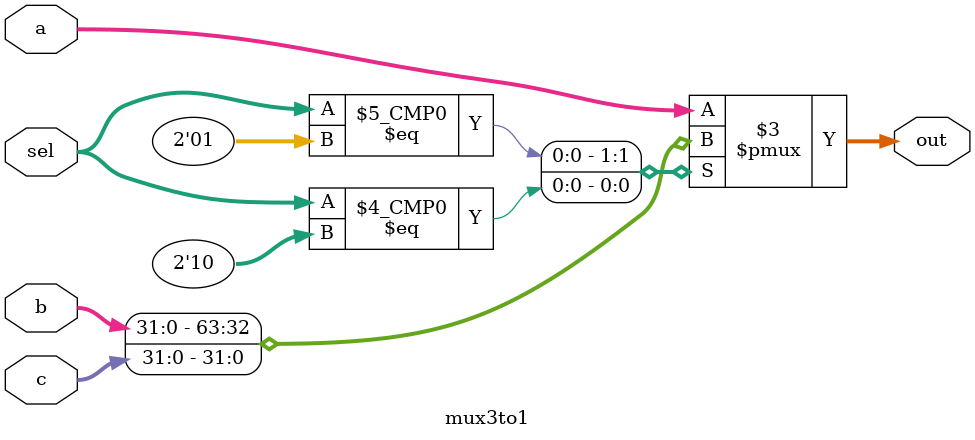
<source format=v>
module mux3to1(
    input [31:0] a, b, c,
    input [1:0] sel,
    output reg [31:0] out
);
    always@(*) begin
        case(sel)
            2'b00: out = a;
            2'b01: out = b;
            2'b10: out = c;
            default: out = a;
        endcase
    end
endmodule
</source>
